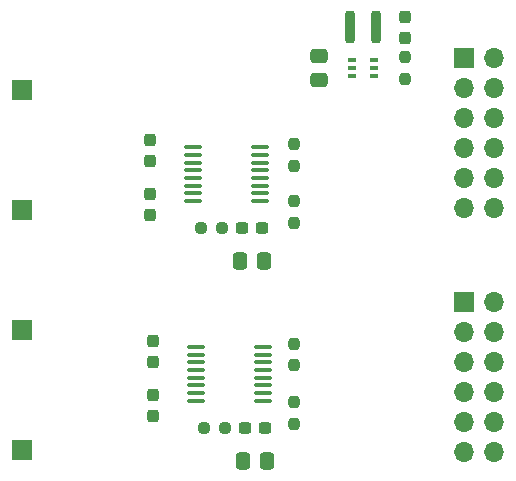
<source format=gbr>
G04 #@! TF.GenerationSoftware,KiCad,Pcbnew,7.0.6*
G04 #@! TF.CreationDate,2023-08-11T00:36:41+02:00*
G04 #@! TF.ProjectId,ADS868_Test,41445338-3638-45f5-9465-73742e6b6963,rev?*
G04 #@! TF.SameCoordinates,Original*
G04 #@! TF.FileFunction,Soldermask,Top*
G04 #@! TF.FilePolarity,Negative*
%FSLAX46Y46*%
G04 Gerber Fmt 4.6, Leading zero omitted, Abs format (unit mm)*
G04 Created by KiCad (PCBNEW 7.0.6) date 2023-08-11 00:36:41*
%MOMM*%
%LPD*%
G01*
G04 APERTURE LIST*
G04 Aperture macros list*
%AMRoundRect*
0 Rectangle with rounded corners*
0 $1 Rounding radius*
0 $2 $3 $4 $5 $6 $7 $8 $9 X,Y pos of 4 corners*
0 Add a 4 corners polygon primitive as box body*
4,1,4,$2,$3,$4,$5,$6,$7,$8,$9,$2,$3,0*
0 Add four circle primitives for the rounded corners*
1,1,$1+$1,$2,$3*
1,1,$1+$1,$4,$5*
1,1,$1+$1,$6,$7*
1,1,$1+$1,$8,$9*
0 Add four rect primitives between the rounded corners*
20,1,$1+$1,$2,$3,$4,$5,0*
20,1,$1+$1,$4,$5,$6,$7,0*
20,1,$1+$1,$6,$7,$8,$9,0*
20,1,$1+$1,$8,$9,$2,$3,0*%
G04 Aperture macros list end*
%ADD10RoundRect,0.200000X0.200000X1.150000X-0.200000X1.150000X-0.200000X-1.150000X0.200000X-1.150000X0*%
%ADD11RoundRect,0.237500X-0.300000X-0.237500X0.300000X-0.237500X0.300000X0.237500X-0.300000X0.237500X0*%
%ADD12R,1.700000X1.700000*%
%ADD13O,1.700000X1.700000*%
%ADD14RoundRect,0.250000X-0.475000X0.337500X-0.475000X-0.337500X0.475000X-0.337500X0.475000X0.337500X0*%
%ADD15RoundRect,0.237500X-0.237500X0.300000X-0.237500X-0.300000X0.237500X-0.300000X0.237500X0.300000X0*%
%ADD16RoundRect,0.237500X0.237500X-0.250000X0.237500X0.250000X-0.237500X0.250000X-0.237500X-0.250000X0*%
%ADD17RoundRect,0.237500X-0.237500X0.250000X-0.237500X-0.250000X0.237500X-0.250000X0.237500X0.250000X0*%
%ADD18RoundRect,0.250000X-0.337500X-0.475000X0.337500X-0.475000X0.337500X0.475000X-0.337500X0.475000X0*%
%ADD19RoundRect,0.100000X-0.637500X-0.100000X0.637500X-0.100000X0.637500X0.100000X-0.637500X0.100000X0*%
%ADD20R,0.650000X0.400000*%
%ADD21RoundRect,0.237500X0.237500X-0.300000X0.237500X0.300000X-0.237500X0.300000X-0.237500X-0.300000X0*%
%ADD22RoundRect,0.237500X-0.250000X-0.237500X0.250000X-0.237500X0.250000X0.237500X-0.250000X0.237500X0*%
G04 APERTURE END LIST*
D10*
G04 #@! TO.C,L101*
X134069000Y-53086000D03*
X131869000Y-53086000D03*
G04 #@! TD*
D11*
G04 #@! TO.C,C105*
X122708500Y-70104000D03*
X124433500Y-70104000D03*
G04 #@! TD*
D12*
G04 #@! TO.C,J105*
X141500000Y-55630000D03*
D13*
X144040000Y-55630000D03*
X141500000Y-58170000D03*
X144040000Y-58170000D03*
X141500000Y-60710000D03*
X144040000Y-60710000D03*
X141500000Y-63250000D03*
X144040000Y-63250000D03*
X141500000Y-65790000D03*
X144040000Y-65790000D03*
X141500000Y-68330000D03*
X144040000Y-68330000D03*
G04 #@! TD*
D14*
G04 #@! TO.C,C110*
X129286000Y-55477500D03*
X129286000Y-57552500D03*
G04 #@! TD*
D15*
G04 #@! TO.C,C102*
X115189000Y-84227500D03*
X115189000Y-85952500D03*
G04 #@! TD*
D12*
G04 #@! TO.C,J101*
X104140000Y-58420000D03*
G04 #@! TD*
D16*
G04 #@! TO.C,R104*
X127127000Y-86637500D03*
X127127000Y-84812500D03*
G04 #@! TD*
D12*
G04 #@! TO.C,J104*
X104140000Y-88900000D03*
G04 #@! TD*
D15*
G04 #@! TO.C,C104*
X115189000Y-79655500D03*
X115189000Y-81380500D03*
G04 #@! TD*
D17*
G04 #@! TO.C,R105*
X127127000Y-62968500D03*
X127127000Y-64793500D03*
G04 #@! TD*
D15*
G04 #@! TO.C,C103*
X114935000Y-62637500D03*
X114935000Y-64362500D03*
G04 #@! TD*
D16*
G04 #@! TO.C,R103*
X127127000Y-69619500D03*
X127127000Y-67794500D03*
G04 #@! TD*
D12*
G04 #@! TO.C,J106*
X141500000Y-76320000D03*
D13*
X144040000Y-76320000D03*
X141500000Y-78860000D03*
X144040000Y-78860000D03*
X141500000Y-81400000D03*
X144040000Y-81400000D03*
X141500000Y-83940000D03*
X144040000Y-83940000D03*
X141500000Y-86480000D03*
X144040000Y-86480000D03*
X141500000Y-89020000D03*
X144040000Y-89020000D03*
G04 #@! TD*
D12*
G04 #@! TO.C,J103*
X104140000Y-78740000D03*
G04 #@! TD*
D18*
G04 #@! TO.C,C106*
X122533500Y-72898000D03*
X124608500Y-72898000D03*
G04 #@! TD*
D19*
G04 #@! TO.C,U101*
X118549500Y-63225000D03*
X118549500Y-63875000D03*
X118549500Y-64525000D03*
X118549500Y-65175000D03*
X118549500Y-65825000D03*
X118549500Y-66475000D03*
X118549500Y-67125000D03*
X118549500Y-67775000D03*
X124274500Y-67775000D03*
X124274500Y-67125000D03*
X124274500Y-66475000D03*
X124274500Y-65825000D03*
X124274500Y-65175000D03*
X124274500Y-64525000D03*
X124274500Y-63875000D03*
X124274500Y-63225000D03*
G04 #@! TD*
D12*
G04 #@! TO.C,J102*
X104140000Y-68580000D03*
G04 #@! TD*
D18*
G04 #@! TO.C,C108*
X122787500Y-89789000D03*
X124862500Y-89789000D03*
G04 #@! TD*
D20*
G04 #@! TO.C,U103*
X133919000Y-57165000D03*
X133919000Y-56515000D03*
X133919000Y-55865000D03*
X132019000Y-55865000D03*
X132019000Y-56515000D03*
X132019000Y-57165000D03*
G04 #@! TD*
D21*
G04 #@! TO.C,C109*
X136525000Y-53948500D03*
X136525000Y-52223500D03*
G04 #@! TD*
D17*
G04 #@! TO.C,R107*
X136525000Y-55602500D03*
X136525000Y-57427500D03*
G04 #@! TD*
D19*
G04 #@! TO.C,U102*
X118803500Y-80148000D03*
X118803500Y-80798000D03*
X118803500Y-81448000D03*
X118803500Y-82098000D03*
X118803500Y-82748000D03*
X118803500Y-83398000D03*
X118803500Y-84048000D03*
X118803500Y-84698000D03*
X124528500Y-84698000D03*
X124528500Y-84048000D03*
X124528500Y-83398000D03*
X124528500Y-82748000D03*
X124528500Y-82098000D03*
X124528500Y-81448000D03*
X124528500Y-80798000D03*
X124528500Y-80148000D03*
G04 #@! TD*
D15*
G04 #@! TO.C,C101*
X114935000Y-67209500D03*
X114935000Y-68934500D03*
G04 #@! TD*
D22*
G04 #@! TO.C,R102*
X119483500Y-86995000D03*
X121308500Y-86995000D03*
G04 #@! TD*
D11*
G04 #@! TO.C,C107*
X122962500Y-86995000D03*
X124687500Y-86995000D03*
G04 #@! TD*
D17*
G04 #@! TO.C,R106*
X127127000Y-79859500D03*
X127127000Y-81684500D03*
G04 #@! TD*
D22*
G04 #@! TO.C,R101*
X119229500Y-70104000D03*
X121054500Y-70104000D03*
G04 #@! TD*
M02*

</source>
